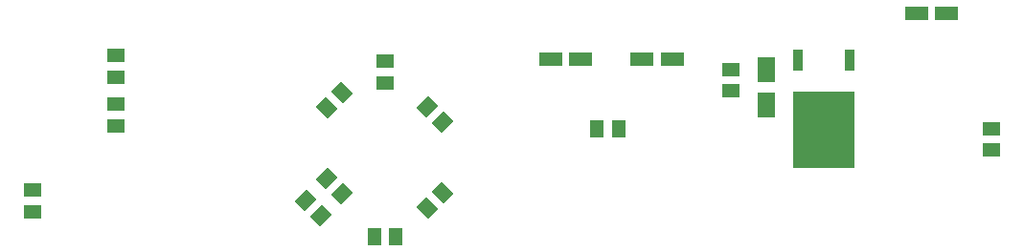
<source format=gbp>
%FSLAX25Y25*%
%MOIN*%
G70*
G01*
G75*
G04 Layer_Color=128*
%ADD10R,0.05118X0.05906*%
%ADD11R,0.08661X0.05906*%
%ADD12R,0.05906X0.05118*%
G04:AMPARAMS|DCode=13|XSize=9.84mil|YSize=61.02mil|CornerRadius=0mil|HoleSize=0mil|Usage=FLASHONLY|Rotation=45.000|XOffset=0mil|YOffset=0mil|HoleType=Round|Shape=Round|*
%AMOVALD13*
21,1,0.05118,0.00984,0.00000,0.00000,135.0*
1,1,0.00984,0.01810,-0.01810*
1,1,0.00984,-0.01810,0.01810*
%
%ADD13OVALD13*%

G04:AMPARAMS|DCode=14|XSize=9.84mil|YSize=61.02mil|CornerRadius=0mil|HoleSize=0mil|Usage=FLASHONLY|Rotation=315.000|XOffset=0mil|YOffset=0mil|HoleType=Round|Shape=Round|*
%AMOVALD14*
21,1,0.05118,0.00984,0.00000,0.00000,45.0*
1,1,0.00984,-0.01810,-0.01810*
1,1,0.00984,0.01810,0.01810*
%
%ADD14OVALD14*%

%ADD15R,0.08012X0.05906*%
%ADD16R,0.05906X0.08012*%
%ADD17C,0.03937*%
%ADD18C,0.01000*%
%ADD19C,0.06000*%
%ADD20R,0.05906X0.05906*%
%ADD21C,0.05906*%
%ADD22C,0.07087*%
%ADD23R,0.05906X0.05906*%
%ADD24C,0.05512*%
%ADD25C,0.02756*%
G04:AMPARAMS|DCode=26|XSize=59.06mil|YSize=51.18mil|CornerRadius=0mil|HoleSize=0mil|Usage=FLASHONLY|Rotation=315.000|XOffset=0mil|YOffset=0mil|HoleType=Round|Shape=Rectangle|*
%AMROTATEDRECTD26*
4,1,4,-0.03897,0.00278,-0.00278,0.03897,0.03897,-0.00278,0.00278,-0.03897,-0.03897,0.00278,0.0*
%
%ADD26ROTATEDRECTD26*%

G04:AMPARAMS|DCode=27|XSize=59.06mil|YSize=51.18mil|CornerRadius=0mil|HoleSize=0mil|Usage=FLASHONLY|Rotation=45.000|XOffset=0mil|YOffset=0mil|HoleType=Round|Shape=Rectangle|*
%AMROTATEDRECTD27*
4,1,4,-0.00278,-0.03897,-0.03897,-0.00278,0.00278,0.03897,0.03897,0.00278,-0.00278,-0.03897,0.0*
%
%ADD27ROTATEDRECTD27*%

%ADD28R,0.05906X0.08661*%
%ADD29R,0.03740X0.07480*%
%ADD30R,0.21654X0.27165*%
%ADD31R,0.07874X0.05118*%
%ADD32C,0.03740*%
%ADD33C,0.02362*%
%ADD34C,0.00394*%
%ADD35C,0.00787*%
%ADD36C,0.00800*%
%ADD37C,0.00100*%
%ADD38C,0.00591*%
%ADD39R,0.04000X0.04000*%
%ADD40R,0.05709X0.06496*%
%ADD41R,0.09252X0.06496*%
%ADD42R,0.06496X0.05709*%
%ADD43R,0.08603X0.06496*%
%ADD44R,0.06496X0.08603*%
%ADD45C,0.06591*%
%ADD46R,0.06496X0.06496*%
%ADD47C,0.06496*%
%ADD48C,0.07677*%
%ADD49R,0.06496X0.06496*%
%ADD50C,0.06102*%
G04:AMPARAMS|DCode=51|XSize=64.96mil|YSize=57.09mil|CornerRadius=0mil|HoleSize=0mil|Usage=FLASHONLY|Rotation=315.000|XOffset=0mil|YOffset=0mil|HoleType=Round|Shape=Rectangle|*
%AMROTATEDRECTD51*
4,1,4,-0.04315,0.00278,-0.00278,0.04315,0.04315,-0.00278,0.00278,-0.04315,-0.04315,0.00278,0.0*
%
%ADD51ROTATEDRECTD51*%

G04:AMPARAMS|DCode=52|XSize=64.96mil|YSize=57.09mil|CornerRadius=0mil|HoleSize=0mil|Usage=FLASHONLY|Rotation=45.000|XOffset=0mil|YOffset=0mil|HoleType=Round|Shape=Rectangle|*
%AMROTATEDRECTD52*
4,1,4,-0.00278,-0.04315,-0.04315,-0.00278,0.00278,0.04315,0.04315,0.00278,-0.00278,-0.04315,0.0*
%
%ADD52ROTATEDRECTD52*%

%ADD53R,0.06496X0.09252*%
%ADD54R,0.04331X0.08071*%
%ADD55R,0.22244X0.27756*%
%ADD56R,0.08465X0.05709*%
D10*
X265240Y123500D02*
D03*
X257760D02*
D03*
X180260Y86000D02*
D03*
X187740D02*
D03*
D12*
X90500Y141760D02*
D03*
Y149240D02*
D03*
Y124760D02*
D03*
Y132240D02*
D03*
X184000Y139760D02*
D03*
Y147240D02*
D03*
X304260Y144311D02*
D03*
Y136831D02*
D03*
X395000Y123740D02*
D03*
Y116260D02*
D03*
X61500Y102240D02*
D03*
Y94760D02*
D03*
D26*
X198855Y95855D02*
D03*
X204145Y101145D02*
D03*
X163855Y130855D02*
D03*
X169145Y136145D02*
D03*
D27*
X204145Y125855D02*
D03*
X198855Y131145D02*
D03*
X161645Y93355D02*
D03*
X156355Y98645D02*
D03*
X169145Y100855D02*
D03*
X163855Y106145D02*
D03*
D28*
X316760Y144174D02*
D03*
Y131969D02*
D03*
D29*
X327783Y147697D02*
D03*
X345736D02*
D03*
D30*
X336760Y123288D02*
D03*
D31*
X368900Y164000D02*
D03*
X379400D02*
D03*
X273400Y148000D02*
D03*
X283900D02*
D03*
X252100D02*
D03*
X241600D02*
D03*
M02*

</source>
